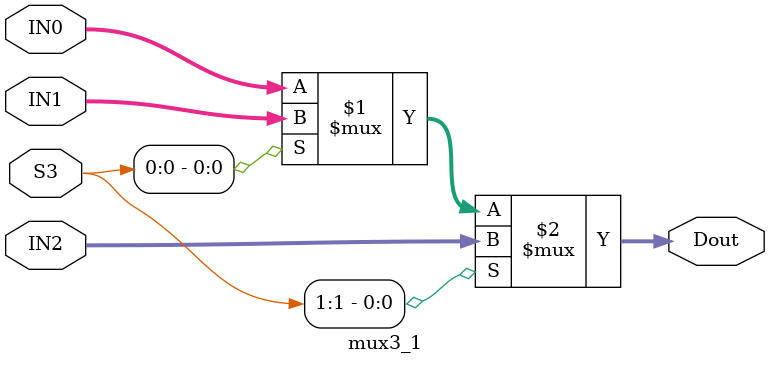
<source format=sv>
`timescale 1ns / 1ps


module mux3_1(
    input logic [31:0] IN0,IN1,IN2,
    input logic [1:0] S3,
    output logic [31:0] Dout
    );
    assign Dout = S3[1] ? IN2 : (S3[0] ? IN1 : IN0 ) ;
    
endmodule
</source>
